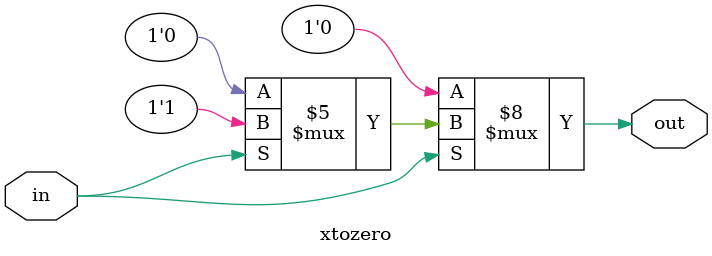
<source format=v>
`timescale 1ns / 1ps

module xtozero(input in,output reg out
    );


always@(in)begin
	if(in==0)
		out<=0;
	else if(in==1)
		out<=1;
	else
		out<=0;

end

endmodule

</source>
